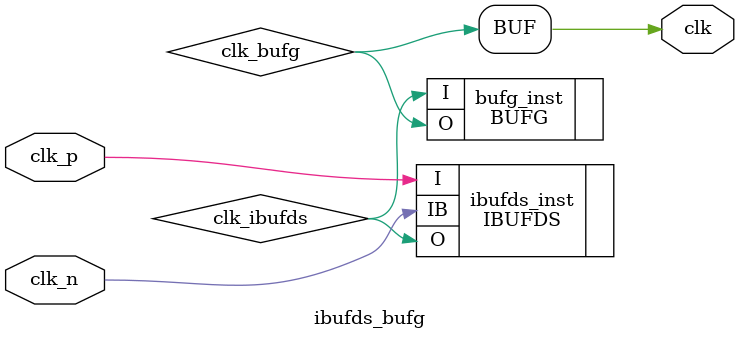
<source format=v>
module ibufds_bufg (
    input clk_p,
    input clk_n,
    output clk
);

    wire clk_ibufds;
    wire clk_bufg;

    IBUFDS
    ibufds_inst (
        .I(clk_p),
        .IB(clk_n),
        .O(clk_ibufds)
    );

    BUFG
    bufg_inst (
        .I(clk_ibufds),
        .O(clk_bufg)
    );

    assign clk = clk_bufg;

endmodule

</source>
